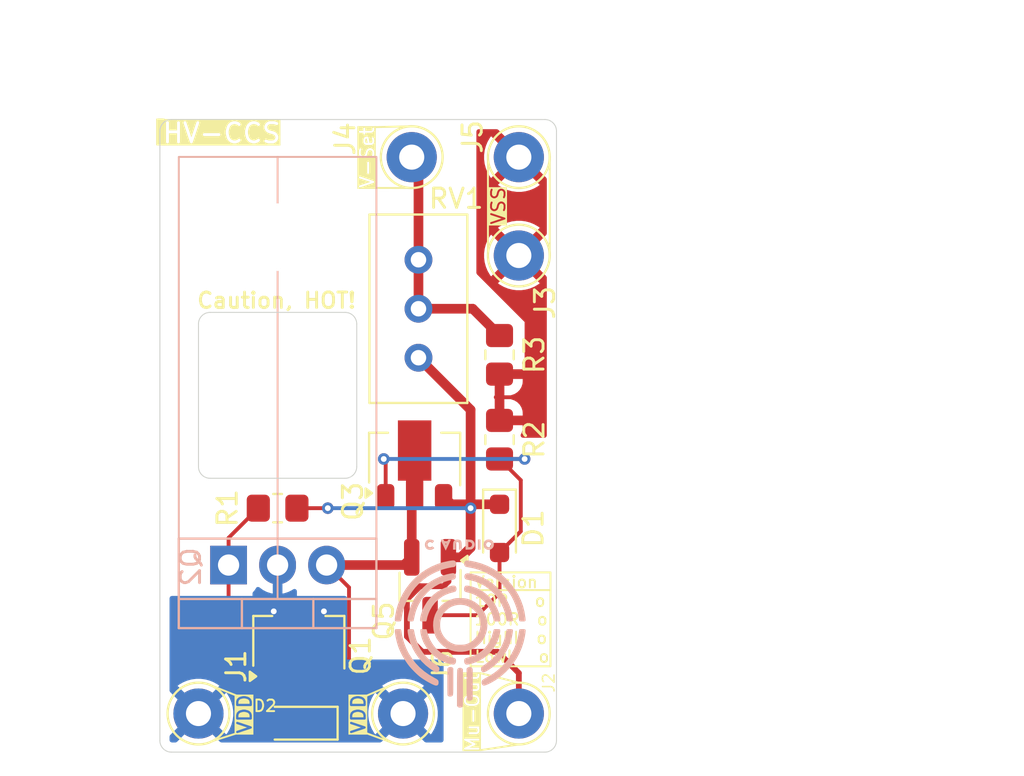
<source format=kicad_pcb>
(kicad_pcb (version 20241229) (generator "pcbnew") (generator_version "9.0")
  (layers (0 "F.Cu" signal) (2 "B.Cu" signal) (13 "F.Paste" user) (15 "B.Paste" user) (5 "F.SilkS" user "F.Silkscreen") (7 "B.SilkS" user "B.Silkscreen") (1 "F.Mask" user) (3 "B.Mask" user) (25 "Edge.Cuts" user))
  (net 0 "")
  (net 1 "/Mu-Follower_out")
  (net 2 "VSS")
  (net 3 "Net-(D1-A2)")
  (net 4 "Net-(D2-A2)")
  (net 5 "Net-(D2-A1)")
  (net 6 "/V-Set")
  (net 7 "VDD")
  (footprint "MountingHole:MountingHole_3.5mm" (layer "F.Cu") (at 142.5 91.5)
    (property "Reference" "H1" (hide yes))
    (property "Value" "MountingHole")
    (pad "" np_thru_hole circle (at 0 0) (size 3.5 3.5) (drill 3.5) (layers "*.Cu" "*.Mask"))
  )
  (footprint "Potentiometer_THT:Potentiometer_Bourns_3296W_Vertical" (layer "F.Cu") (at 149.8 97.75 -90)
    (property "Reference" "RV1" (at -8.25 -1.95 180) (layer "F.SilkS"))
    (property "Value" "1k")
    (fp_line (start -7.425 2.54) (end 2.345 2.54) (stroke (width 0.12)) (layer "F.SilkS"))
    (fp_line (start -7.425 -2.53) (end -7.425 2.54) (stroke (width 0.12)) (layer "F.SilkS"))
    (fp_line (start -7.425 -2.53) (end 2.345 -2.53) (stroke (width 0.12)) (layer "F.SilkS"))
    (fp_line (start 2.345 -2.53) (end 2.345 2.54) (stroke (width 0.12)) (layer "F.SilkS"))
    (pad "1" thru_hole circle (at 0 0 270) (size 1.44 1.44) (drill 0.8) (layers "*.Cu" "*.Mask") (net 1 "/Mu-Follower_out"))
    (pad "2" thru_hole circle (at -2.54 0 270) (size 1.44 1.44) (drill 0.8) (layers "*.Cu" "*.Mask") (net 6 "/V-Set"))
    (pad "3" thru_hole circle (at -5.079999 0 270) (size 1.44 1.44) (drill 0.8) (layers "*.Cu" "*.Mask") (net 6 "/V-Set"))
  )
  (footprint "Resistor_SMD:R_0805_2012Metric_Pad1.20x1.40mm_HandSolder" (layer "F.Cu") (at 154 102 90)
    (property "Reference" "R2" (at 0 1.8 90) (layer "F.SilkS"))
    (property "Value" "1k")
    (fp_line (start -0.227064 -0.735) (end 0.227064 -0.735) (stroke (width 0.12)) (layer "F.SilkS"))
    (fp_line (start -0.227064 0.735) (end 0.227064 0.735) (stroke (width 0.12)) (layer "F.SilkS"))
    (pad "1" smd roundrect (at -1 0 90) (size 1.2 1.4) (layers "F.Cu" "F.Mask" "F.Paste") (roundrect_rratio 0.208333) (net 3 "Net-(D1-A2)"))
    (pad "2" smd roundrect (at 1 0 90) (size 1.2 1.4) (layers "F.Cu" "F.Mask" "F.Paste") (roundrect_rratio 0.208333) (net 2 "VSS"))
  )
  (footprint "Package_TO_SOT_SMD:SOT-23_Handsoldering" (layer "F.Cu") (at 150.4 109.6 -90)
    (property "Reference" "Q5" (at 1.8 2.4 270) (layer "F.SilkS"))
    (property "Value" "CPH3910")
    (fp_line (start 0.76 1.58) (end -0.7 1.58) (stroke (width 0.12)) (layer "F.SilkS"))
    (fp_line (start 0.76 1.58) (end 0.76 0.65) (stroke (width 0.12)) (layer "F.SilkS"))
    (fp_line (start -0.04 -1.58) (end -0.84 -1.58) (stroke (width 0.12)) (layer "F.SilkS"))
    (fp_line (start -0.04 -1.58) (end 0.76 -1.58) (stroke (width 0.12)) (layer "F.SilkS"))
    (fp_line (start 0.76 -1.58) (end 0.76 -0.65) (stroke (width 0.12)) (layer "F.SilkS"))
    (fp_poly (pts (xy -1.34 -1.61) (xy -1.58 -1.94) (xy -1.1 -1.94) (xy -1.34 -1.61)) (stroke (width 0.12)) (fill yes) (layer "F.SilkS"))
    (pad "1" smd roundrect (at -1.5 -0.95 270) (size 1.9 0.8) (layers "F.Cu" "F.Mask" "F.Paste") (net 1 "/Mu-Follower_out"))
    (pad "2" smd roundrect (at -1.5 0.95 270) (size 1.9 0.8) (layers "F.Cu" "F.Mask" "F.Paste") (net 5 "Net-(D2-A1)"))
    (pad "3" smd roundrect (at 1.5 0 270) (size 1.9 0.8) (layers "F.Cu" "F.Mask" "F.Paste") (net 3 "Net-(D1-A2)"))
  )
  (footprint "Connector_Pin:Pin_D1.3mm_L11.0mm" (layer "F.Cu") (at 155 87.35 180)
    (property "Reference" "J5" (at 2.4 1.05 90) (layer "F.SilkS"))
    (property "Value" "CCS-")
    (fp_circle (center 0 0) (end 1.6 0.05) (stroke (width 0.12)) (fill no) (layer "F.SilkS"))
    (pad "1" thru_hole circle (at 0 0 180) (size 2.6 2.6) (drill 1.3) (layers "*.Cu" "*.Mask") (net 2 "VSS"))
  )
  (footprint "Diode_SMD:D_SOD-323_HandSoldering" (layer "F.Cu") (at 154 106.6 -90)
    (property "Reference" "D1" (at 0 -1.75 90) (layer "F.SilkS"))
    (property "Value" "SD12C-7")
    (fp_line (start -2.01 0.85) (end 1.25 0.85) (stroke (width 0.12)) (layer "F.SilkS"))
    (fp_line (start -2.01 -0.85) (end -2.01 0.85) (stroke (width 0.12)) (layer "F.SilkS"))
    (fp_line (start -2.01 -0.85) (end 1.25 -0.85) (stroke (width 0.12)) (layer "F.SilkS"))
    (pad "1" smd roundrect (at -1.249999 0 270) (size 1 1) (layers "F.Cu" "F.Mask" "F.Paste") (net 1 "/Mu-Follower_out"))
    (pad "2" smd roundrect (at 1.249999 0 270) (size 1 1) (layers "F.Cu" "F.Mask" "F.Paste") (net 3 "Net-(D1-A2)"))
  )
  (footprint "Resistor_SMD:R_0805_2012Metric_Pad1.20x1.40mm_HandSolder" (layer "F.Cu") (at 142.5 105.55)
    (property "Reference" "R1" (at -2.6 0 90) (layer "F.SilkS"))
    (property "Value" "1k")
    (fp_line (start -0.227064 -0.735) (end 0.227064 -0.735) (stroke (width 0.12)) (layer "F.SilkS"))
    (fp_line (start -0.227064 0.735) (end 0.227064 0.735) (stroke (width 0.12)) (layer "F.SilkS"))
    (pad "1" smd roundrect (at -1 0) (size 1.2 1.4) (layers "F.Cu" "F.Mask" "F.Paste") (roundrect_rratio 0.208333) (net 4 "Net-(D2-A2)"))
    (pad "2" smd roundrect (at 1 0) (size 1.2 1.4) (layers "F.Cu" "F.Mask" "F.Paste") (roundrect_rratio 0.208333) (net 1 "/Mu-Follower_out"))
  )
  (footprint "Connector_Pin:Pin_D1.3mm_L11.0mm" (layer "F.Cu") (at 149 116.2)
    (property "Reference" "J6" (at 2.05 -2.45 90) (layer "F.SilkS"))
    (property "Value" "CCS+")
    (fp_circle (center 0 0) (end 1.6 0.05) (stroke (width 0.12)) (fill no) (layer "F.SilkS"))
    (pad "1" thru_hole circle (at 0 0) (size 2.6 2.6) (drill 1.3) (layers "*.Cu" "*.Mask") (net 7 "VDD"))
  )
  (footprint "Connector_Pin:Pin_D1.3mm_L11.0mm" (layer "F.Cu") (at 138.4 116.2)
    (property "Reference" "J1" (at 1.95 -2.45 90) (layer "F.SilkS"))
    (property "Value" "CCS+")
    (fp_circle (center 0 0) (end 1.6 0.05) (stroke (width 0.12)) (fill no) (layer "F.SilkS"))
    (pad "1" thru_hole circle (at 0 0) (size 2.6 2.6) (drill 1.3) (layers "*.Cu" "*.Mask") (net 7 "VDD"))
  )
  (footprint "Connector_Pin:Pin_D1.3mm_L11.0mm" (layer "F.Cu") (at 155 92.45 180)
    (property "Reference" "J3" (at -1.35 -2.45 90) (layer "F.SilkS"))
    (property "Value" "CCS-")
    (fp_circle (center 0 0) (end 1.6 0.05) (stroke (width 0.12)) (fill no) (layer "F.SilkS"))
    (pad "1" thru_hole circle (at 0 0 180) (size 2.6 2.6) (drill 1.3) (layers "*.Cu" "*.Mask") (net 2 "VSS"))
  )
  (footprint "Package_TO_SOT_SMD:SOT-89-3" (layer "F.Cu") (at 143.6 112.5 90)
    (property "Reference" "Q1" (at -0.7 3.2 270) (layer "F.SilkS"))
    (property "Value" "DN2540N8-G")
    (fp_line (start -1.22 -2.36) (end 1.36 -2.36) (stroke (width 0.12)) (layer "F.SilkS"))
    (fp_line (start 1.36 -1.38) (end 1.36 -2.36) (stroke (width 0.12)) (layer "F.SilkS"))
    (fp_line (start 1.36 1.38) (end 1.36 2.36) (stroke (width 0.12)) (layer "F.SilkS"))
    (fp_line (start 1.36 2.36) (end -1.36 2.36) (stroke (width 0.12)) (layer "F.SilkS"))
    (fp_poly (pts (xy -1.77 -2.21) (xy -2.01 -2.54) (xy -1.53 -2.54) (xy -1.77 -2.21)) (stroke (width 0.12)) (fill yes) (layer "F.SilkS"))
    (pad "1" smd roundrect (at -1.95 -1.5 90) (size 1.3 0.9) (layers "F.Cu" "F.Mask" "F.Paste") (net 4 "Net-(D2-A2)"))
    (pad "2" smd custom (at -1.862499 0 90) (size 1.475 0.9) (layers "F.Cu" "F.Mask" "F.Paste") (net 7 "VDD") (options (clearance outline) (anchor rect)) (primitives (gr_poly (pts (xy 3.8625 0.8665) (xy 0.7375 0.8665) (xy 0.7375 -0.8665) (xy 3.8625 -0.8665)) (width 0) (fill yes))))
    (pad "3" smd roundrect (at -1.95 1.5 90) (size 1.3 0.9) (layers "F.Cu" "F.Mask" "F.Paste") (net 5 "Net-(D2-A1)"))
  )
  (footprint "Connector_Pin:Pin_D1.3mm_L11.0mm" (layer "F.Cu") (at 149.45 87.35 180)
    (property "Reference" "J4" (at 3.45 0.95 90) (layer "F.SilkS"))
    (property "Value" "V-Set")
    (fp_circle (center 0 0) (end 1.6 0.05) (stroke (width 0.12)) (fill no) (layer "F.SilkS"))
    (pad "1" thru_hole circle (at 0 0 180) (size 2.6 2.6) (drill 1.3) (layers "*.Cu" "*.Mask") (net 6 "/V-Set"))
  )
  (footprint "Connector_Pin:Pin_D1.3mm_L11.0mm" (layer "F.Cu") (at 155 116.2)
    (property "Reference" "J2" (at 1.55 -1.6 90) (layer "F.SilkS") (effects (font (size 0.6 0.6) (thickness 0.075))))
    (property "Value" "Mu-Out")
    (fp_circle (center 0 0) (end 1.6 0.05) (stroke (width 0.12)) (fill no) (layer "F.SilkS"))
    (pad "1" thru_hole circle (at 0 0) (size 2.6 2.6) (drill 1.3) (layers "*.Cu" "*.Mask") (net 1 "/Mu-Follower_out"))
  )
  (footprint "Resistor_SMD:R_0805_2012Metric_Pad1.20x1.40mm_HandSolder" (layer "F.Cu") (at 154 97.6 -90)
    (property "Reference" "R3" (at 0 -1.8 90) (layer "F.SilkS"))
    (property "Value" "10R")
    (fp_line (start -0.227064 0.735) (end 0.227064 0.735) (stroke (width 0.12)) (layer "F.SilkS"))
    (fp_line (start -0.227064 -0.735) (end 0.227064 -0.735) (stroke (width 0.12)) (layer "F.SilkS"))
    (pad "1" smd roundrect (at -1 0 270) (size 1.2 1.4) (layers "F.Cu" "F.Mask" "F.Paste") (roundrect_rratio 0.208333) (net 6 "/V-Set"))
    (pad "2" smd roundrect (at 1 0 270) (size 1.2 1.4) (layers "F.Cu" "F.Mask" "F.Paste") (roundrect_rratio 0.208333) (net 2 "VSS"))
  )
  (footprint "Diode_SMD:D_SOD-323_HandSoldering" (layer "F.Cu") (at 143.6 116.7 180)
    (property "Reference" "D2" (at 1.75 0.9 180) (layer "F.SilkS") (effects (font (size 0.6 0.6) (thickness 0.1) (bold yes))))
    (property "Value" "SD12C-7")
    (fp_line (start -2.01 0.85) (end 1.25 0.85) (stroke (width 0.12)) (layer "F.SilkS"))
    (fp_line (start -2.01 -0.85) (end 1.25 -0.85) (stroke (width 0.12)) (layer "F.SilkS"))
    (fp_line (start -2.01 -0.85) (end -2.01 0.85) (stroke (width 0.12)) (layer "F.SilkS"))
    (pad "1" smd roundrect (at -1.249999 0 180) (size 1 1) (layers "F.Cu" "F.Mask" "F.Paste") (net 5 "Net-(D2-A1)"))
    (pad "2" smd roundrect (at 1.249999 0 180) (size 1 1) (layers "F.Cu" "F.Mask" "F.Paste") (net 4 "Net-(D2-A2)"))
  )
  (footprint "Package_TO_SOT_SMD:SOT-89-3" (layer "F.Cu") (at 149.6 103 90)
    (property "Reference" "Q3" (at -2.2 -3.2 270) (layer "F.SilkS"))
    (property "Value" "BSP149")
    (fp_line (start -1.22 -2.36) (end 1.36 -2.36) (stroke (width 0.12)) (layer "F.SilkS"))
    (fp_line (start 1.36 -1.38) (end 1.36 -2.36) (stroke (width 0.12)) (layer "F.SilkS"))
    (fp_line (start 1.36 1.38) (end 1.36 2.36) (stroke (width 0.12)) (layer "F.SilkS"))
    (fp_line (start 1.36 2.36) (end -1.36 2.36) (stroke (width 0.12)) (layer "F.SilkS"))
    (fp_poly (pts (xy -1.77 -2.21) (xy -2.01 -2.54) (xy -1.53 -2.54) (xy -1.77 -2.21)) (stroke (width 0.12)) (fill yes) (layer "F.SilkS"))
    (pad "1" smd roundrect (at -1.95 -1.5 90) (size 1.3 0.9) (layers "F.Cu" "F.Mask" "F.Paste") (net 3 "Net-(D1-A2)"))
    (pad "2" smd custom (at -1.862499 0 90) (size 1.475 0.9) (layers "F.Cu" "F.Mask" "F.Paste") (net 5 "Net-(D2-A1)") (options (clearance outline) (anchor rect)) (primitives (gr_poly (pts (xy 3.8625 0.8665) (xy 0.7375 0.8665) (xy 0.7375 -0.8665) (xy 3.8625 -0.8665)) (width 0) (fill yes))))
    (pad "3" smd roundrect (at -1.95 1.5 90) (size 1.3 0.9) (layers "F.Cu" "F.Mask" "F.Paste") (net 1 "/Mu-Follower_out"))
  )
  (footprint "Package_TO_SOT_THT:TO-220-3_Vertical" (layer "B.Cu") (at 139.96 108.5)
    (property "Reference" "Q2" (at -1.96 0.1 90) (layer "B.SilkS") (effects (justify mirror)))
    (property "Value" "DN2540N5-G")
    (fp_line (start -2.58 -1.371) (end 7.66 -1.370999) (stroke (width 0.12)) (layer "B.SilkS"))
    (fp_line (start -2.58 1.759999) (end 7.66 1.76) (stroke (width 0.12)) (layer "B.SilkS"))
    (fp_line (start -2.58 3.27) (end -2.58 -1.371) (stroke (width 0.12)) (layer "B.SilkS"))
    (fp_line (start -2.58 3.27) (end 7.66 3.27) (stroke (width 0.12)) (layer "B.SilkS"))
    (fp_line (start 0.69 3.27) (end 0.69 1.76) (stroke (width 0.12)) (layer "B.SilkS"))
    (fp_line (start 4.391 3.27) (end 4.391 1.76) (stroke (width 0.12)) (layer "B.SilkS"))
    (fp_line (start 7.66 3.27) (end 7.66 -1.370999) (stroke (width 0.12)) (layer "B.SilkS"))
    (pad "1" thru_hole rect (at 0 0) (size 1.905 2) (drill 1.1) (layers "*.Cu" "*.Mask") (net 4 "Net-(D2-A2)"))
    (pad "2" thru_hole oval (at 2.54 0) (size 1.905 2) (drill 1.1) (layers "*.Cu" "*.Mask") (net 7 "VDD"))
    (pad "3" thru_hole oval (at 5.079999 0) (size 1.905 2) (drill 1.1) (layers "*.Cu" "*.Mask") (net 5 "Net-(D2-A1)"))
  )
  (footprint "Logos:C Audio Logo 15mm" (layer "B.Cu") (at 152 111.6)
    (property "Reference" "G***" (hide yes))
    (property "Value" "LOGO" (hide yes))
    (fp_poly (pts (xy 1.01131 -4.162493) (xy 1.01131 -4.426313) (xy 0.945355 -4.426313) (xy 0.8794 -4.426313) (xy 0.8794 -4.162493) (xy 0.8794 -3.898673) (xy 0.945355 -3.898673) (xy 1.01131 -3.898673)) (fill yes) (layer "B.SilkS"))
    (fp_poly (pts (xy 0.396925 -3.901163) (xy 0.467427 -3.903899) (xy 0.51592 -3.907961) (xy 0.549708 -3.914987) (xy 0.576092 -3.926614) (xy 0.602375 -3.94448) (xy 0.607524 -3.948381) (xy 0.665147 -4.008439) (xy 0.700529 -4.079674) (xy 0.713999 -4.156387) (xy 0.705887 -4.232879) (xy 0.676522 -4.303451) (xy 0.626236 -4.362401) (xy 0.581845 -4.392123) (xy 0.532428 -4.407904) (xy 0.454346 -4.41877) (xy 0.385772 -4.423296) (xy 0.236575 -4.430063) (xy 0.239205 -4.163194) (xy 0.240512 -4.030583) (xy 0.381073 -4.030583) (xy 0.381073 -4.162493) (xy 0.381073 -4.294403) (xy 0.426446 -4.294403) (xy 0.472501 -4.286619) (xy 0.513968 -4.269505) (xy 0.557836 -4.228717) (xy 0.576195 -4.176033) (xy 0.567377 -4.116617) (xy 0.565196 -4.111123) (xy 0.534659 -4.063093) (xy 0.489826 -4.037376) (xy 0.433335 -4.030583) (xy 0.381073 -4.030583) (xy 0.240512 -4.030583) (xy 0.241835 -3.896325)) (fill yes) (layer "B.SilkS"))
    (fp_poly (pts (xy -0.507638 3.71512) (xy -0.471139 3.701907) (xy -0.454129 3.692531) (xy -0.439891 3.681831) (xy -0.428178 3.667285) (xy -0.418744 3.646371) (xy -0.411342 3.616565) (xy -0.405725 3.575345) (xy -0.401649 3.520189) (xy -0.398865 3.448575) (xy -0.397127 3.357979) (xy -0.39619 3.24588) (xy -0.395807 3.109754) (xy -0.39573 2.94708) (xy -0.39573 2.929977) (xy -0.39573 2.255794) (xy -0.431706 2.219819) (xy -0.461851 2.196665) (xy -0.498916 2.186002) (xy -0.542758 2.183843) (xy -0.592731 2.186779) (xy -0.626956 2.198795) (xy -0.658688 2.224708) (xy -0.660678 2.226686) (xy -0.70352 2.269528) (xy -0.70352 2.950992) (xy -0.703329 3.090198) (xy -0.702783 3.220854) (xy -0.701919 3.339949) (xy -0.700778 3.444469) (xy -0.699397 3.531401) (xy -0.697816 3.597733) (xy -0.696074 3.640452) (xy -0.694416 3.656181) (xy -0.667492 3.689017) (xy -0.621509 3.710989) (xy -0.565285 3.720292)) (fill yes) (layer "B.SilkS"))
    (fp_poly (pts (xy 0.041413 -4.100202) (xy 0.037972 -4.194452) (xy 0.031576 -4.264356) (xy 0.020442 -4.314858) (xy 0.002785 -4.350902) (xy -0.023179 -4.377431) (xy -0.059234 -4.399391) (xy -0.06817 -4.403843) (xy -0.117111 -4.418277) (xy -0.179483 -4.424682) (xy -0.241249 -4.422511) (xy -0.285805 -4.41233) (xy -0.329272 -4.382801) (xy -0.369644 -4.336282) (xy -0.394754 -4.289784) (xy -0.400956 -4.258978) (xy -0.405993 -4.206471) (xy -0.409316 -4.139874) (xy -0.410387 -4.073599) (xy -0.410387 -3.898673) (xy -0.340768 -3.89874) (xy -0.271148 -3.898808) (xy -0.271148 -4.065754) (xy -0.270515 -4.140505) (xy -0.268055 -4.191915) (xy -0.262927 -4.225935) (xy -0.254292 -4.248521) (xy -0.243228 -4.263551) (xy -0.203713 -4.289452) (xy -0.160134 -4.291077) (xy -0.125629 -4.271371) (xy -0.115336 -4.255107) (xy -0.108492 -4.227361) (xy -0.104507 -4.183064) (xy -0.102789 -4.117145) (xy -0.102597 -4.073506) (xy -0.102597 -3.898673) (xy -0.028206 -3.898673) (xy 0.046185 -3.898673)) (fill yes) (layer "B.SilkS"))
    (fp_poly (pts (xy 0.509093 3.928875) (xy 0.56459 3.897322) (xy 0.570822 3.891478) (xy 0.608251 3.854061) (xy 0.612704 3.103228) (xy 0.613398 2.955987) (xy 0.613709 2.81639) (xy 0.613655 2.687425) (xy 0.613255 2.572077) (xy 0.612524 2.473332) (xy 0.61148 2.394178) (xy 0.610141 2.337601) (xy 0.608524 2.306586) (xy 0.608069 2.303123) (xy 0.585022 2.242211) (xy 0.542233 2.2029) (xy 0.479519 2.185049) (xy 0.453895 2.183843) (xy 0.403922 2.186779) (xy 0.369697 2.198795) (xy 0.337966 2.224708) (xy 0.335976 2.226686) (xy 0.293133 2.269528) (xy 0.293133 3.048187) (xy 0.293152 3.22645) (xy 0.293362 3.377724) (xy 0.293994 3.504334) (xy 0.29528 3.608603) (xy 0.297451 3.692857) (xy 0.300738 3.759419) (xy 0.305373 3.810614) (xy 0.311586 3.848766) (xy 0.319608 3.8762) (xy 0.329671 3.895239) (xy 0.342007 3.908209) (xy 0.356846 3.917434) (xy 0.374419 3.925237) (xy 0.380624 3.9278) (xy 0.443866 3.93978)) (fill yes) (layer "B.SilkS"))
    (fp_poly (pts (xy 0.014517 4.285954) (xy 0.066738 4.260853) (xy 0.088815 4.234141) (xy 0.092646 4.219325) (xy 0.095982 4.189311) (xy 0.098834 4.142859) (xy 0.101215 4.078728) (xy 0.103137 3.995678) (xy 0.104613 3.89247) (xy 0.105654 3.767863) (xy 0.106274 3.620617) (xy 0.106484 3.449492) (xy 0.106297 3.253247) (xy 0.105726 3.030643) (xy 0.104782 2.78044) (xy 0.104328 2.677839) (xy 0.102597 2.299764) (xy 0.066621 2.263789) (xy 0.022753 2.237894) (xy -0.034706 2.226671) (xy -0.093635 2.23071) (xy -0.141915 2.250599) (xy -0.145666 2.253462) (xy -0.169582 2.284394) (xy -0.188369 2.328161) (xy -0.19091 2.337738) (xy -0.193365 2.362788) (xy -0.195682 2.414504) (xy -0.197824 2.490237) (xy -0.199751 2.587339) (xy -0.201427 2.703163) (xy -0.202812 2.835061) (xy -0.203869 2.980385) (xy -0.204558 3.136486) (xy -0.204843 3.300718) (xy -0.204844 3.302541) (xy -0.205193 4.208718) (xy -0.162351 4.25156) (xy -0.121875 4.282769) (xy -0.076601 4.293931) (xy -0.060708 4.294403)) (fill yes) (layer "B.SilkS"))
    (fp_poly (pts (xy -1.523799 -3.896157) (xy -1.449087 -3.927102) (xy -1.435776 -3.935715) (xy -1.376041 -3.977111) (xy -1.42666 -4.027729) (xy -1.457836 -4.057381) (xy -1.477869 -4.068695) (xy -1.495852 -4.06454) (xy -1.511375 -4.054465) (xy -1.557225 -4.035993) (xy -1.613784 -4.030808) (xy -1.662875 -4.039687) (xy -1.689986 -4.062698) (xy -1.713575 -4.10338) (xy -1.727749 -4.150189) (xy -1.729487 -4.170221) (xy -1.716727 -4.212953) (xy -1.684473 -4.253692) (xy -1.641766 -4.283723) (xy -1.600681 -4.294403) (xy -1.557285 -4.285164) (xy -1.521158 -4.265769) (xy -1.484756 -4.237135) (xy -1.436922 -4.286488) (xy -1.410644 -4.318717) (xy -1.398363 -4.34437) (xy -1.399058 -4.351972) (xy -1.432165 -4.381679) (xy -1.485678 -4.40478) (xy -1.551129 -4.419723) (xy -1.62005 -4.424955) (xy -1.683973 -4.418922) (xy -1.71483 -4.409886) (xy -1.777181 -4.370276) (xy -1.825867 -4.310255) (xy -1.857666 -4.236806) (xy -1.869358 -4.156907) (xy -1.86171 -4.091583) (xy -1.843141 -4.03855) (xy -1.817624 -3.9891) (xy -1.809248 -3.976929) (xy -1.754398 -3.927654) (xy -1.683706 -3.897234) (xy -1.604423 -3.886468)) (fill yes) (layer "B.SilkS"))
    (fp_poly (pts (xy -0.366715 2.05673) (xy -0.340533 2.04894) (xy -0.294098 2.011344) (xy -0.264075 1.953001) (xy -0.252559 1.878738) (xy -0.253424 1.847969) (xy -0.264763 1.784981) (xy -0.290937 1.743534) (xy -0.336978 1.718231) (xy -0.384779 1.707056) (xy -0.525055 1.674621) (xy -0.675227 1.62378) (xy -0.826073 1.558348) (xy -0.968369 1.482139) (xy -1.042519 1.435066) (xy -1.192906 1.31641) (xy -1.332226 1.173647) (xy -1.457794 1.010762) (xy -1.566924 0.831736) (xy -1.65693 0.640554) (xy -1.725127 0.441199) (xy -1.733426 0.410387) (xy -1.781 0.227178) (xy -1.931291 0.223) (xy -2.081581 0.218821) (xy -2.097599 0.259641) (xy -2.105386 0.307412) (xy -2.101842 0.376614) (xy -2.088259 0.46222) (xy -2.065932 0.559207) (xy -2.036153 0.66255) (xy -2.000217 0.767223) (xy -1.959417 0.868201) (xy -1.919264 0.95243) (xy -1.791288 1.169157) (xy -1.643875 1.365691) (xy -1.478379 1.540871) (xy -1.296152 1.693539) (xy -1.09855 1.822536) (xy -0.886925 1.926703) (xy -0.704263 1.992661) (xy -0.585707 2.026619) (xy -0.491417 2.048387) (xy -0.419164 2.058308)) (fill yes) (layer "B.SilkS"))
    (fp_poly (pts (xy 1.546884 -3.911566) (xy 1.618488 -3.958089) (xy 1.669569 -4.019848) (xy 1.699894 -4.091576) (xy 1.709229 -4.16801) (xy 1.697342 -4.243883) (xy 1.663999 -4.31393) (xy 1.608967 -4.372887) (xy 1.568492 -4.399147) (xy 1.504739 -4.419925) (xy 1.429064 -4.425471) (xy 1.354532 -4.415876) (xy 1.304443 -4.397322) (xy 1.243326 -4.34881) (xy 1.200423 -4.283096) (xy 1.176815 -4.206767) (xy 1.175035 -4.162493) (xy 1.304443 -4.162493) (xy 1.314267 -4.202539) (xy 1.338801 -4.244873) (xy 1.342388 -4.249308) (xy 1.389127 -4.286557) (xy 1.440765 -4.295662) (xy 1.493981 -4.276615) (xy 1.527255 -4.249725) (xy 1.555736 -4.216996) (xy 1.566226 -4.187165) (xy 1.563899 -4.145165) (xy 1.563693 -4.143614) (xy 1.544844 -4.083801) (xy 1.507119 -4.046391) (xy 1.450125 -4.031037) (xy 1.436032 -4.030583) (xy 1.391449 -4.036566) (xy 1.357257 -4.059368) (xy 1.342388 -4.075677) (xy 1.316585 -4.117144) (xy 1.304601 -4.158362) (xy 1.304443 -4.162493) (xy 1.175035 -4.162493) (xy 1.173585 -4.126409) (xy 1.191816 -4.048608) (xy 1.232591 -3.97995) (xy 1.235318 -3.976788) (xy 1.303141 -3.919409) (xy 1.380285 -3.889232) (xy 1.463658 -3.886906)) (fill yes) (layer "B.SilkS"))
    (fp_poly (pts (xy 1.212733 2.452352) (xy 1.281935 2.424023) (xy 1.364774 2.379699) (xy 1.457703 2.321744) (xy 1.557174 2.252521) (xy 1.659642 2.174396) (xy 1.761558 2.089732) (xy 1.859377 2.000894) (xy 1.873977 1.986871) (xy 2.052578 1.795618) (xy 2.213404 1.586161) (xy 2.354546 1.362212) (xy 2.474098 1.127483) (xy 2.57015 0.885686) (xy 2.640797 0.640533) (xy 2.681722 0.415146) (xy 2.690852 0.336698) (xy 2.692145 0.282689) (xy 2.68205 0.248562) (xy 2.657013 0.229756) (xy 2.613483 0.221713) (xy 2.547908 0.219875) (xy 2.529553 0.21985) (xy 2.450436 0.221941) (xy 2.399861 0.228252) (xy 2.377853 0.238171) (xy 2.368481 0.260878) (xy 2.357377 0.303906) (xy 2.346746 0.358529) (xy 2.345451 0.366417) (xy 2.288527 0.632805) (xy 2.205505 0.886048) (xy 2.096769 1.125571) (xy 1.962702 1.350797) (xy 1.803688 1.561152) (xy 1.62011 1.756061) (xy 1.412352 1.934949) (xy 1.199239 2.085491) (xy 1.14406 2.122736) (xy 1.097588 2.157462) (xy 1.065989 2.184878) (xy 1.056336 2.196525) (xy 1.047004 2.228353) (xy 1.041374 2.275316) (xy 1.040623 2.299008) (xy 1.050494 2.366111) (xy 1.077645 2.418989) (xy 1.11838 2.45262) (xy 1.160715 2.46232)) (fill yes) (layer "B.SilkS"))
    (fp_poly (pts (xy -0.737668 -3.951131) (xy -0.70772 -4.010741) (xy -0.674133 -4.080031) (xy -0.639253 -4.153859) (xy -0.605429 -4.227083) (xy -0.575008 -4.29456) (xy -0.550338 -4.351148) (xy -0.533766 -4.391706) (xy -0.527641 -4.41109) (xy -0.52764 -4.411155) (xy -0.540748 -4.420151) (xy -0.573953 -4.425583) (xy -0.594358 -4.426313) (xy -0.636394 -4.424395) (xy -0.659114 -4.415096) (xy -0.672443 -4.393098) (xy -0.676403 -4.382343) (xy -0.686711 -4.357898) (xy -0.701303 -4.344749) (xy -0.728367 -4.339406) (xy -0.776094 -4.338374) (xy -0.77951 -4.338373) (xy -0.828692 -4.339297) (xy -0.856872 -4.344402) (xy -0.872351 -4.357185) (xy -0.883433 -4.381143) (xy -0.883886 -4.382343) (xy -0.896752 -4.409113) (xy -0.915171 -4.422042) (xy -0.948898 -4.426079) (xy -0.970553 -4.426313) (xy -1.017034 -4.423269) (xy -1.038317 -4.413459) (xy -1.040623 -4.406151) (xy -1.037036 -4.387883) (xy -1.025567 -4.355572) (xy -1.005159 -4.30679) (xy -0.974752 -4.239112) (xy -0.955569 -4.197936) (xy -0.800356 -4.197936) (xy -0.798996 -4.217531) (xy -0.7857 -4.221119) (xy -0.766072 -4.208941) (xy -0.762147 -4.192671) (xy -0.768877 -4.164613) (xy -0.776803 -4.155164) (xy -0.790339 -4.155643) (xy -0.79146 -4.160429) (xy -0.796329 -4.185879) (xy -0.800356 -4.197936) (xy -0.955569 -4.197936) (xy -0.933287 -4.15011) (xy -0.879706 -4.037359) (xy -0.87952 -4.036969) (xy -0.789948 -3.849694)) (fill yes) (layer "B.SilkS"))
    (fp_poly (pts (xy 0.360753 2.057254) (xy 0.441181 2.042897) (xy 0.534324 2.01978) (xy 0.6356 1.989188) (xy 0.740428 1.952409) (xy 0.844226 1.910729) (xy 0.942413 1.865433) (xy 0.958183 1.857483) (xy 1.164559 1.735738) (xy 1.353712 1.590559) (xy 1.52476 1.42285) (xy 1.676823 1.233512) (xy 1.809019 1.023448) (xy 1.851875 0.942333) (xy 1.895962 0.846876) (xy 1.935835 0.745561) (xy 1.970475 0.642669) (xy 1.998861 0.542481) (xy 2.019975 0.449279) (xy 2.032798 0.367345) (xy 2.03631 0.30096) (xy 2.029491 0.254406) (xy 2.019688 0.237438) (xy 1.997746 0.229451) (xy 1.955389 0.223789) (xy 1.900428 0.220505) (xy 1.840672 0.219655) (xy 1.783933 0.221293) (xy 1.738019 0.225473) (xy 1.710743 0.23225) (xy 1.707037 0.235258) (xy 1.699923 0.254922) (xy 1.687731 0.296813) (xy 1.672208 0.354652) (xy 1.656196 0.417743) (xy 1.587546 0.638014) (xy 1.495186 0.841955) (xy 1.380318 1.02837) (xy 1.244146 1.19606) (xy 1.087871 1.343828) (xy 0.912698 1.470474) (xy 0.719829 1.574801) (xy 0.510466 1.655611) (xy 0.376196 1.692604) (xy 0.294843 1.713766) (xy 0.237968 1.734778) (xy 0.200996 1.759364) (xy 0.179349 1.791248) (xy 0.16845 1.834157) (xy 0.165349 1.86419) (xy 0.170531 1.940404) (xy 0.196608 2.002778) (xy 0.24128 2.046499) (xy 0.256362 2.054541) (xy 0.297619 2.061564)) (fill yes) (layer "B.SilkS"))
    (fp_poly (pts (xy -1.233657 2.457819) (xy -1.200883 2.44413) (xy -1.171324 2.421539) (xy -1.137312 2.381622) (xy -1.120809 2.332784) (xy -1.118162 2.314042) (xy -1.116451 2.263796) (xy -1.125987 2.221006) (xy -1.15002 2.181257) (xy -1.191801 2.140135) (xy -1.254583 2.093226) (xy -1.306073 2.058915) (xy -1.433376 1.972867) (xy -1.542654 1.890594) (xy -1.642963 1.804649) (xy -1.743356 1.707586) (xy -1.782906 1.666768) (xy -1.951774 1.468906) (xy -2.09693 1.254099) (xy -2.217956 1.023197) (xy -2.314435 0.777049) (xy -2.385948 0.516504) (xy -2.410726 0.389839) (xy -2.422483 0.32938) (xy -2.434841 0.278887) (xy -2.445778 0.246202) (xy -2.449511 0.239608) (xy -2.469914 0.229034) (xy -2.512043 0.22263) (xy -2.57915 0.219977) (xy -2.602837 0.21985) (xy -2.667965 0.220484) (xy -2.709954 0.223181) (xy -2.734964 0.229135) (xy -2.749157 0.239539) (xy -2.755599 0.249436) (xy -2.762814 0.284416) (xy -2.761684 0.342569) (xy -2.753124 0.419253) (xy -2.73805 0.509828) (xy -2.717378 0.609654) (xy -2.692023 0.71409) (xy -2.662901 0.818497) (xy -2.630927 0.918234) (xy -2.614736 0.963354) (xy -2.504045 1.218861) (xy -2.367954 1.462642) (xy -2.208523 1.692105) (xy -2.027808 1.904663) (xy -1.827868 2.097724) (xy -1.61076 2.268701) (xy -1.537947 2.318358) (xy -1.445693 2.377538) (xy -1.372939 2.420004) (xy -1.315883 2.446827) (xy -1.270723 2.459075)) (fill yes) (layer "B.SilkS"))
    (fp_poly (pts (xy 2.035101 -0.226072) (xy 2.041472 -0.286917) (xy 2.034355 -0.36881) (xy 2.014887 -0.467397) (xy 1.984202 -0.578321) (xy 1.943435 -0.697225) (xy 1.893722 -0.819752) (xy 1.862691 -0.887712) (xy 1.749996 -1.092884) (xy 1.614285 -1.285342) (xy 1.458637 -1.461902) (xy 1.286133 -1.619381) (xy 1.099853 -1.754597) (xy 0.930698 -1.850791) (xy 0.827016 -1.898368) (xy 0.718953 -1.94055) (xy 0.610962 -1.976252) (xy 0.507493 -2.004388) (xy 0.412998 -2.023873) (xy 0.331928 -2.033622) (xy 0.268734 -2.032549) (xy 0.230842 -2.021445) (xy 0.196398 -1.986168) (xy 0.172847 -1.932487) (xy 0.161549 -1.869717) (xy 0.163861 -1.807176) (xy 0.181142 -1.754177) (xy 0.189927 -1.740918) (xy 0.211111 -1.720932) (xy 0.242995 -1.705108) (xy 0.292197 -1.690844) (xy 0.347487 -1.679004) (xy 0.441608 -1.6554) (xy 0.549655 -1.620305) (xy 0.66075 -1.57785) (xy 0.764017 -1.532168) (xy 0.842758 -1.490842) (xy 0.973568 -1.406258) (xy 1.094579 -1.310255) (xy 1.215763 -1.194906) (xy 1.218234 -1.192371) (xy 1.363679 -1.022275) (xy 1.484649 -0.83618) (xy 1.580736 -0.63482) (xy 1.651532 -0.418929) (xy 1.654903 -0.405784) (xy 1.672608 -0.336296) (xy 1.688488 -0.275088) (xy 1.700752 -0.229002) (xy 1.707408 -0.205489) (xy 1.713938 -0.192164) (xy 1.727058 -0.183558) (xy 1.752317 -0.178654) (xy 1.795266 -0.176434) (xy 1.861455 -0.175882) (xy 1.869023 -0.17588) (xy 2.021242 -0.17588)) (fill yes) (layer "B.SilkS"))
    (fp_poly (pts (xy -1.780037 -0.226707) (xy -1.765773 -0.268186) (xy -1.758909 -0.302567) (xy -1.7588 -0.305679) (xy -1.752832 -0.350195) (xy -1.736406 -0.414679) (xy -1.71174 -0.492667) (xy -1.681051 -0.577695) (xy -1.646558 -0.6633) (xy -1.610477 -0.743019) (xy -1.604694 -0.754818) (xy -1.491004 -0.952944) (xy -1.356764 -1.130221) (xy -1.201514 -1.28715) (xy -1.024793 -1.424229) (xy -0.93297 -1.482666) (xy -0.775543 -1.564928) (xy -0.60515 -1.630624) (xy -0.436057 -1.677655) (xy -0.360942 -1.696955) (xy -0.309801 -1.71422) (xy -0.277573 -1.731449) (xy -0.262193 -1.746301) (xy -0.235443 -1.804085) (xy -0.229184 -1.871933) (xy -0.242716 -1.939657) (xy -0.275337 -1.997071) (xy -0.279808 -2.002051) (xy -0.318656 -2.026777) (xy -0.375863 -2.036336) (xy -0.453473 -2.030721) (xy -0.553531 -2.009929) (xy -0.586267 -2.001272) (xy -0.697095 -1.969171) (xy -0.790722 -1.937592) (xy -0.878818 -1.901987) (xy -0.973054 -1.857808) (xy -1.035841 -1.826095) (xy -1.241569 -1.70398) (xy -1.430183 -1.558504) (xy -1.60049 -1.390919) (xy -1.751298 -1.202479) (xy -1.88141 -0.994436) (xy -1.942606 -0.874468) (xy -1.986917 -0.773262) (xy -2.026849 -0.667774) (xy -2.061213 -0.562627) (xy -2.088824 -0.462441) (xy -2.108493 -0.371839) (xy -2.119033 -0.295441) (xy -2.119258 -0.237868) (xy -2.112877 -0.211754) (xy -2.10401 -0.195481) (xy -2.091333 -0.18506) (xy -2.068899 -0.17919) (xy -2.030761 -0.176569) (xy -1.97097 -0.175896) (xy -1.948903 -0.17588) (xy -1.801274 -0.17588)) (fill yes) (layer "B.SilkS"))
    (fp_poly (pts (xy 1.218519 3.147677) (xy 1.270144 3.135868) (xy 1.341392 3.109679) (xy 1.427738 3.071353) (xy 1.524658 3.02313) (xy 1.627629 2.967252) (xy 1.732127 2.905959) (xy 1.824755 2.847352) (xy 2.077284 2.6642) (xy 2.310744 2.460182) (xy 2.523997 2.237118) (xy 2.715905 1.996826) (xy 2.885329 1.741123) (xy 3.031132 1.471828) (xy 3.152174 1.19076) (xy 3.247318 0.899736) (xy 3.315426 0.600575) (xy 3.342179 0.423337) (xy 3.351225 0.342938) (xy 3.352854 0.287114) (xy 3.343527 0.251382) (xy 3.319708 0.231261) (xy 3.277859 0.222271) (xy 3.214442 0.219929) (xy 3.181549 0.21985) (xy 3.113917 0.220526) (xy 3.070007 0.223169) (xy 3.044247 0.228706) (xy 3.031063 0.23806) (xy 3.027023 0.245499) (xy 3.020666 0.270439) (xy 3.011692 0.316786) (xy 3.00151 0.376912) (xy 2.995215 0.417715) (xy 2.93699 0.711639) (xy 2.851378 0.996526) (xy 2.739271 1.270632) (xy 2.601567 1.532209) (xy 2.439158 1.77951) (xy 2.252941 2.010789) (xy 2.093778 2.176968) (xy 1.970204 2.291806) (xy 1.847612 2.394945) (xy 1.720179 2.490508) (xy 1.582083 2.582617) (xy 1.427501 2.675394) (xy 1.256046 2.770059) (xy 1.188198 2.807908) (xy 1.142113 2.838103) (xy 1.112628 2.864569) (xy 1.094577 2.891234) (xy 1.093328 2.893797) (xy 1.071404 2.967524) (xy 1.074753 3.038231) (xy 1.102912 3.099679) (xy 1.109235 3.107698) (xy 1.13613 3.136067) (xy 1.161459 3.148429) (xy 1.197913 3.149427)) (fill yes) (layer "B.SilkS"))
    (fp_poly (pts (xy 3.179618 -0.17588) (xy 3.253629 -0.176702) (xy 3.303884 -0.182242) (xy 3.334243 -0.197111) (xy 3.348569 -0.225921) (xy 3.350721 -0.273283) (xy 3.344562 -0.343809) (xy 3.341745 -0.369506) (xy 3.293712 -0.675476) (xy 3.218268 -0.971346) (xy 3.115204 -1.257687) (xy 2.984311 -1.535071) (xy 2.825379 -1.80407) (xy 2.806903 -1.832083) (xy 2.616387 -2.092719) (xy 2.407569 -2.330607) (xy 2.181154 -2.545283) (xy 1.937846 -2.736281) (xy 1.678348 -2.903137) (xy 1.403366 -3.045385) (xy 1.113603 -3.162562) (xy 0.809764 -3.254203) (xy 0.574298 -3.305668) (xy 0.47238 -3.323655) (xy 0.394548 -3.33502) (xy 0.33635 -3.339838) (xy 0.293335 -3.338188) (xy 0.26105 -3.330146) (xy 0.235045 -3.315788) (xy 0.229507 -3.31162) (xy 0.18961 -3.262957) (xy 0.168321 -3.199515) (xy 0.16838 -3.131161) (xy 0.173433 -3.109599) (xy 0.189814 -3.066687) (xy 0.212615 -3.035885) (xy 0.247308 -3.013961) (xy 0.29936 -2.997682) (xy 0.374243 -2.983816) (xy 0.390492 -2.981338) (xy 0.668897 -2.927161) (xy 0.936292 -2.848755) (xy 1.199116 -2.744108) (xy 1.297115 -2.69803) (xy 1.56127 -2.554568) (xy 1.803079 -2.393117) (xy 2.024508 -2.211937) (xy 2.227523 -2.009289) (xy 2.414093 -1.783434) (xy 2.54871 -1.591194) (xy 2.638544 -1.439417) (xy 2.723883 -1.26822) (xy 2.802274 -1.084396) (xy 2.871267 -0.894735) (xy 2.928408 -0.706029) (xy 2.971247 -0.525069) (xy 2.997332 -0.358648) (xy 2.998792 -0.344431) (xy 3.006187 -0.272366) (xy 3.015137 -0.224453) (xy 3.030923 -0.19577) (xy 3.058827 -0.181395) (xy 3.104129 -0.176405) (xy 3.172111 -0.175877)) (fill yes) (layer "B.SilkS"))
    (fp_poly (pts (xy -2.536155 -0.17784) (xy -2.488661 -0.183947) (xy -2.465131 -0.194542) (xy -2.464371 -0.195394) (xy -2.455454 -0.216651) (xy -2.44286 -0.260519) (xy -2.428204 -0.320776) (xy -2.413105 -0.391202) (xy -2.411828 -0.397582) (xy -2.371618 -0.574962) (xy -2.323847 -0.735298) (xy -2.264432 -0.890657) (xy -2.191463 -1.048712) (xy -2.065092 -1.272195) (xy -1.915442 -1.480313) (xy -1.744798 -1.670754) (xy -1.555444 -1.841205) (xy -1.349664 -1.989354) (xy -1.150548 -2.102591) (xy -1.013162 -2.165387) (xy -0.863773 -2.22306) (xy -0.712499 -2.272182) (xy -0.569455 -2.309322) (xy -0.500354 -2.322991) (xy -0.435834 -2.33589) (xy -0.378753 -2.350576) (xy -0.337865 -2.364661) (xy -0.326801 -2.370348) (xy -0.28789 -2.411188) (xy -0.266962 -2.465519) (xy -0.263323 -2.52567) (xy -0.27628 -2.583969) (xy -0.30514 -2.632744) (xy -0.349211 -2.664325) (xy -0.353502 -2.665924) (xy -0.376905 -2.673967) (xy -0.395995 -2.678511) (xy -0.417541 -2.679274) (xy -0.448313 -2.67597) (xy -0.495082 -2.668315) (xy -0.556953 -2.65738) (xy -0.744717 -2.614928) (xy -0.942462 -2.553507) (xy -1.141227 -2.47652) (xy -1.33205 -2.387368) (xy -1.472283 -2.309982) (xy -1.641939 -2.201184) (xy -1.792809 -2.087244) (xy -1.935276 -1.960105) (xy -1.98072 -1.915384) (xy -2.166195 -1.709607) (xy -2.32945 -1.488297) (xy -2.469044 -1.254114) (xy -2.583536 -1.009722) (xy -2.671486 -0.757782) (xy -2.723792 -0.542296) (xy -2.745195 -0.430424) (xy -2.759821 -0.344008) (xy -2.76665 -0.279763) (xy -2.764665 -0.234402) (xy -2.752846 -0.204642) (xy -2.730174 -0.187194) (xy -2.69563 -0.178775) (xy -2.648196 -0.176097) (xy -2.610165 -0.17588)) (fill yes) (layer "B.SilkS"))
    (fp_poly (pts (xy 2.525029 -0.17588) (xy 2.60003 -0.177894) (xy 2.652286 -0.183698) (xy 2.678668 -0.192936) (xy 2.679238 -0.193468) (xy 2.69201 -0.224368) (xy 2.695171 -0.278752) (xy 2.689558 -0.352715) (xy 2.676011 -0.442354) (xy 2.655366 -0.543764) (xy 2.628463 -0.653041) (xy 2.596141 -0.766281) (xy 2.559236 -0.879581) (xy 2.518588 -0.989035) (xy 2.497327 -1.040623) (xy 2.372455 -1.295939) (xy 2.223367 -1.534979) (xy 2.050792 -1.756867) (xy 1.855456 -1.960725) (xy 1.638087 -2.145677) (xy 1.49498 -2.248841) (xy 1.385801 -2.317266) (xy 1.266566 -2.382476) (xy 1.140516 -2.443473) (xy 1.010892 -2.499256) (xy 0.880936 -2.548826) (xy 0.753889 -2.591184) (xy 0.632993 -2.625331) (xy 0.521489 -2.650268) (xy 0.42262 -2.664994) (xy 0.339626 -2.668512) (xy 0.275749 -2.65982) (xy 0.23423 -2.637921) (xy 0.233921 -2.637614) (xy 0.192591 -2.577573) (xy 0.177205 -2.509842) (xy 0.188598 -2.440934) (xy 0.204547 -2.408155) (xy 0.222872 -2.383609) (xy 0.247117 -2.364726) (xy 0.28243 -2.349593) (xy 0.33396 -2.3363) (xy 0.406856 -2.322936) (xy 0.454356 -2.315409) (xy 0.601222 -2.284033) (xy 0.760891 -2.234349) (xy 0.926058 -2.169374) (xy 1.089418 -2.092127) (xy 1.243663 -2.005626) (xy 1.315232 -1.95975) (xy 1.525178 -1.801494) (xy 1.713327 -1.623676) (xy 1.879829 -1.426124) (xy 2.024832 -1.20867) (xy 2.119134 -1.033295) (xy 2.200533 -0.852968) (xy 2.263172 -0.681755) (xy 2.31046 -0.509592) (xy 2.332622 -0.403058) (xy 2.348346 -0.317749) (xy 2.361046 -0.256908) (xy 2.374205 -0.216424) (xy 2.391307 -0.192182) (xy 2.415836 -0.18007) (xy 2.451275 -0.175976) (xy 2.501107 -0.175784)) (fill yes) (layer "B.SilkS"))
    (fp_poly (pts (xy -1.2281 3.141323) (xy -1.18713 3.110812) (xy -1.164142 3.058252) (xy -1.157877 2.992603) (xy -1.160357 2.942355) (xy -1.170298 2.902071) (xy -1.191447 2.867515) (xy -1.227553 2.834451) (xy -1.282363 2.798642) (xy -1.359626 2.755853) (xy -1.374175 2.748154) (xy -1.649393 2.58774) (xy -1.902235 2.408427) (xy -2.132859 2.210058) (xy -2.341426 1.992478) (xy -2.528098 1.755529) (xy -2.693033 1.499056) (xy -2.736445 1.421697) (xy -2.838738 1.212166) (xy -2.92742 0.987078) (xy -2.999635 0.755222) (xy -3.05253 0.525389) (xy -3.075743 0.376879) (xy -3.084671 0.319671) (xy -3.095433 0.272355) (xy -3.105944 0.24378) (xy -3.107654 0.241304) (xy -3.1254 0.230335) (xy -3.159774 0.223573) (xy -3.215574 0.220355) (xy -3.263217 0.21985) (xy -3.327656 0.220246) (xy -3.369006 0.222424) (xy -3.393489 0.227865) (xy -3.407327 0.238054) (xy -3.416742 0.254473) (xy -3.417757 0.256683) (xy -3.424883 0.295149) (xy -3.423843 0.357299) (xy -3.415485 0.438924) (xy -3.400658 0.535813) (xy -3.38021 0.643759) (xy -3.354988 0.758551) (xy -3.325841 0.875979) (xy -3.293618 0.991836) (xy -3.259166 1.101911) (xy -3.231734 1.179862) (xy -3.141373 1.394681) (xy -3.029777 1.614199) (xy -2.90187 1.829875) (xy -2.76257 2.033171) (xy -2.674311 2.147202) (xy -2.605541 2.227565) (xy -2.52265 2.317861) (xy -2.431809 2.411885) (xy -2.339188 2.503437) (xy -2.250957 2.586314) (xy -2.173288 2.654314) (xy -2.15453 2.669638) (xy -2.069462 2.734153) (xy -1.973438 2.800856) (xy -1.870392 2.867563) (xy -1.764256 2.932086) (xy -1.658963 2.99224) (xy -1.558447 3.045838) (xy -1.466641 3.090693) (xy -1.387478 3.124621) (xy -1.324891 3.145434) (xy -1.2882 3.151183)) (fill yes) (layer "B.SilkS"))
    (fp_poly (pts (xy -3.227543 -0.175869) (xy -3.172203 -0.179518) (xy -3.129826 -0.186276) (xy -3.109192 -0.195481) (xy -3.099586 -0.21868) (xy -3.088812 -0.262458) (xy -3.078898 -0.318255) (xy -3.077066 -0.331055) (xy -3.022155 -0.627968) (xy -2.940487 -0.914964) (xy -2.833034 -1.19048) (xy -2.700771 -1.452952) (xy -2.54467 -1.700814) (xy -2.365705 -1.932503) (xy -2.164849 -2.146455) (xy -1.943076 -2.341106) (xy -1.729487 -2.496451) (xy -1.597052 -2.577678) (xy -1.44574 -2.659357) (xy -1.28551 -2.736675) (xy -1.126319 -2.804819) (xy -0.982235 -2.857627) (xy -0.901561 -2.882459) (xy -0.81044 -2.907664) (xy -0.715041 -2.931826) (xy -0.621535 -2.953528) (xy -0.536093 -2.971354) (xy -0.464886 -2.983889) (xy -0.414083 -2.989716) (xy -0.405571 -2.989959) (xy -0.340715 -3.002352) (xy -0.292015 -3.038282) (xy -0.261008 -3.095883) (xy -0.249229 -3.173285) (xy -0.249163 -3.180221) (xy -0.252006 -3.230294) (xy -0.263689 -3.264447) (xy -0.288943 -3.295784) (xy -0.292006 -3.298877) (xy -0.317942 -3.320105) (xy -0.34864 -3.333771) (xy -0.388629 -3.340037) (xy -0.442434 -3.339063) (xy -0.514584 -3.331013) (xy -0.609605 -3.316048) (xy -0.637565 -3.311228) (xy -0.938037 -3.244272) (xy -1.228144 -3.150817) (xy -1.506525 -3.03226) (xy -1.771822 -2.889996) (xy -2.022675 -2.725423) (xy -2.257723 -2.539937) (xy -2.475608 -2.334934) (xy -2.674969 -2.111811) (xy -2.854448 -1.871965) (xy -3.012684 -1.616792) (xy -3.148318 -1.347688) (xy -3.259991 -1.06605) (xy -3.346341 -0.773274) (xy -3.406011 -0.470758) (xy -3.406551 -0.467132) (xy -3.419853 -0.370524) (xy -3.427084 -0.298771) (xy -3.428322 -0.248064) (xy -3.423642 -0.214597) (xy -3.413121 -0.194562) (xy -3.412072 -0.193468) (xy -3.38811 -0.184128) (xy -3.343819 -0.178119) (xy -3.287523 -0.175384)) (fill yes) (layer "B.SilkS"))
    (fp_poly (pts (xy 0.060349 1.400761) (xy 0.250927 1.375324) (xy 0.437581 1.324387) (xy 0.617203 1.247629) (xy 0.68794 1.20871) (xy 0.780827 1.145773) (xy 0.879619 1.064807) (xy 0.976164 0.973506) (xy 1.06231 0.879563) (xy 1.128188 0.793247) (xy 1.228775 0.617657) (xy 1.302592 0.432716) (xy 1.349449 0.241213) (xy 1.369159 0.045935) (xy 1.361533 -0.150328) (xy 1.326385 -0.344789) (xy 1.263525 -0.534658) (xy 1.22367 -0.622908) (xy 1.123005 -0.795258) (xy 1.000963 -0.949247) (xy 0.859834 -1.083139) (xy 0.70191 -1.1952) (xy 0.52948 -1.283695) (xy 0.344835 -1.346889) (xy 0.236251 -1.370704) (xy 0.15098 -1.381514) (xy 0.048626 -1.38801) (xy -0.060457 -1.390089) (xy -0.165914 -1.387648) (xy -0.257388 -1.380583) (xy -0.290731 -1.375952) (xy -0.392254 -1.352598) (xy -0.506763 -1.315464) (xy -0.623743 -1.26829) (xy -0.71015 -1.226819) (xy -0.877407 -1.123895) (xy -1.025272 -1.000447) (xy -1.152665 -0.858843) (xy -1.258505 -0.70145) (xy -1.34171 -0.530636) (xy -1.401201 -0.348767) (xy -1.435896 -0.158212) (xy -1.441648 -0.029806) (xy -1.078145 -0.029806) (xy -1.071202 -0.144159) (xy -1.054697 -0.24434) (xy -1.05001 -0.26257) (xy -0.990308 -0.424734) (xy -0.905835 -0.574548) (xy -0.799256 -0.708793) (xy -0.673235 -0.824251) (xy -0.530436 -0.917703) (xy -0.490998 -0.937945) (xy -0.33861 -0.996511) (xy -0.175916 -1.030911) (xy -0.009642 -1.040445) (xy 0.153484 -1.024412) (xy 0.213841 -1.011321) (xy 0.377233 -0.955667) (xy 0.526105 -0.876356) (xy 0.658544 -0.775949) (xy 0.772638 -0.657009) (xy 0.866474 -0.522096) (xy 0.93814 -0.373773) (xy 0.985722 -0.214602) (xy 1.007308 -0.047144) (xy 1.007235 0.051298) (xy 0.986911 0.220046) (xy 0.942005 0.37529) (xy 0.871274 0.519786) (xy 0.773475 0.65629) (xy 0.696191 0.740642) (xy 0.618605 0.813405) (xy 0.54648 0.868767) (xy 0.469876 0.914269) (xy 0.461685 0.918517) (xy 0.373962 0.961381) (xy 0.298338 0.99219) (xy 0.226475 1.012821) (xy 0.150037 1.025153) (xy 0.060688 1.031065) (xy -0.04397 1.032444) (xy -0.1314 1.031827) (xy -0.197036 1.029614) (xy -0.248388 1.024905) (xy -0.292968 1.016801) (xy -0.338286 1.0044) (xy -0.373745 0.992925) (xy -0.526943 0.926484) (xy -0.667276 0.835323) (xy -0.792117 0.722186) (xy -0.898841 0.589822) (xy -0.984821 0.440975) (xy -1.042941 0.293133) (xy -1.063881 0.199355) (xy -1.07566 0.088204) (xy -1.078145 -0.029806) (xy -1.441648 -0.029806) (xy -1.444715 0.038663) (xy -1.426576 0.23949) (xy -1.413124 0.312847) (xy -1.36035 0.494565) (xy -1.279742 0.668934) (xy -1.172199 0.834414) (xy -1.03862 0.989464) (xy -0.991402 1.035795) (xy -0.842574 1.15664) (xy -0.679014 1.253905) (xy -0.503834 1.327269) (xy -0.32014 1.376414) (xy -0.131043 1.401018)) (fill yes) (layer "B.SilkS"))
  )
  (gr_line (start 156.6 109.8) (end 152.5 109.8) (stroke (width 0.1)) (layer "F.SilkS"))
  (gr_line (start 138.95 114.7) (end 140.45 115.3) (stroke (width 0.1)) (layer "F.SilkS"))
  (gr_line (start 155 117.800781) (end 153.02866 118.095352) (stroke (width 0.1)) (layer "F.SilkS"))
  (gr_rect (start 136.257394 85.391929) (end 136.607394 86.697779) (stroke (width 0.1)) (fill yes) (layer "F.SilkS"))
  (gr_line (start 139.05 117.65) (end 140.3 117.25) (stroke (width 0.1)) (layer "F.SilkS"))
  (gr_line (start 155 114.599219) (end 153.02746 114.110145) (stroke (width 0.1)) (layer "F.SilkS"))
  (gr_line (start 149.45 85.749219) (end 147.560799 85.793879) (stroke (width 0.1)) (layer "F.SilkS"))
  (gr_line (start 147.05 115.3) (end 148.55 114.65) (stroke (width 0.1)) (layer "F.SilkS"))
  (gr_line (start 156.600781 92.45) (end 156.600781 87.35) (stroke (width 0.1)) (layer "F.SilkS"))
  (gr_line (start 147.05 117.2) (end 148.4 117.7) (stroke (width 0.1)) (layer "F.SilkS"))
  (gr_line (start 149.45 88.950781) (end 147.532339 88.945504) (stroke (width 0.1)) (layer "F.SilkS"))
  (gr_line (start 153.399219 87.35) (end 153.399219 92.45) (stroke (width 0.1)) (layer "F.SilkS"))
  (gr_poly (pts (xy 152.5 113.75) (xy 152.5 108.880001) (xy 156.639999 108.880001) (xy 156.639999 113.749999)) (stroke (width 0.1)) (fill no) (layer "F.SilkS"))
  (gr_rect (start 137.38 87.3375) (end 147.62 111.77) (stroke (width 0.1)) (fill no) (layer "B.SilkS"))
  (gr_line (start 142.5 87.3375) (end 142.5 110.26) (stroke (width 0.1)) (layer "B.SilkS"))
  (gr_arc (start 139 104) (mid 138.575736 103.824264) (end 138.4 103.4) (stroke (width 0.05)) (layer "Edge.Cuts"))
  (gr_line (start 136.4 86) (end 136.4 117.6) (stroke (width 0.05)) (layer "Edge.Cuts"))
  (gr_arc (start 146 95.4) (mid 146.424264 95.575736) (end 146.6 96) (stroke (width 0.05)) (layer "Edge.Cuts"))
  (gr_line (start 137 118.2) (end 156.35 118.2) (stroke (width 0.05)) (layer "Edge.Cuts"))
  (gr_arc (start 136.4 86) (mid 136.575736 85.575736) (end 137 85.4) (stroke (width 0.05)) (layer "Edge.Cuts"))
  (gr_arc (start 138.4 96) (mid 138.575736 95.575736) (end 139 95.4) (stroke (width 0.05)) (layer "Edge.Cuts"))
  (gr_line (start 138.4 103.4) (end 138.4 96) (stroke (width 0.05)) (layer "Edge.Cuts"))
  (gr_line (start 139 104) (end 146 104) (stroke (width 0.05)) (layer "Edge.Cuts"))
  (gr_arc (start 146.6 103.4) (mid 146.424264 103.824264) (end 146 104) (stroke (width 0.05)) (layer "Edge.Cuts"))
  (gr_arc (start 156.35082 85.4) (mid 156.775084 85.575736) (end 156.95082 86) (stroke (width 0.05)) (layer "Edge.Cuts"))
  (gr_line (start 146 95.4) (end 139 95.4) (stroke (width 0.05)) (layer "Edge.Cuts"))
  (gr_line (start 156.35082 85.4) (end 137 85.4) (stroke (width 0.05)) (layer "Edge.Cuts"))
  (gr_arc (start 137 118.2) (mid 136.575736 118.024264) (end 136.4 117.6) (stroke (width 0.05)) (layer "Edge.Cuts"))
  (gr_line (start 156.95 117.6) (end 156.95082 86) (stroke (width 0.05)) (layer "Edge.Cuts"))
  (gr_arc (start 156.95 117.6) (mid 156.774264 118.024264) (end 156.35 118.2) (stroke (width 0.05)) (layer "Edge.Cuts"))
  (gr_line (start 146.6 103.4) (end 146.6 96) (stroke (width 0.05)) (layer "Edge.Cuts"))
  (gr_text "Mu-Out" (at 153 118.25 90) (layer "F.SilkS" knockout) (effects (font (size 0.7 0.7) (thickness 0.1)) (justify left bottom)))
  (gr_text "HV-CCS" (at 136.457394 86.691929 0) (layer "F.SilkS" knockout) (effects (font (size 1 1)) (justify left bottom)))
  (gr_text "VSS" (at 154.35 90.9 90) (layer "F.SilkS" knockout) (effects (font (size 0.7 0.7) (thickness 0.1)) (justify left bottom)))
  (gr_text "Caution, HOT!" (at 138.25 95.25 0) (layer "F.SilkS") (effects (font (size 0.8 0.8) (thickness 0.15) (bold yes)) (justify left bottom)))
  (gr_text "V-Set" (at 147.55 89 90) (layer "F.SilkS" knockout) (effects (font (size 0.7 0.7) (thickness 0.1)) (justify left bottom)))
  (gr_text "VDD" (at 141.2 117.3 90) (layer "F.SilkS" knockout) (effects (font (size 0.7 0.7) (thickness 0.12) (bold yes)) (justify left bottom)))
  (gr_text "VDD" (at 147.1 117.3 90) (layer "F.SilkS" knockout) (effects (font (size 0.7 0.7) (thickness 0.12) (bold yes)) (justify left bottom)))
  (gr_text "Version\n10R   o\n100R  o\nHighI  o\nLowI   o" (at 152.65 113.600001 0) (layer "F.SilkS") (effects (font (size 0.6 0.6) (thickness 0.1) (bold yes)) (justify left bottom)))
  (segment (start 143.5 105.55) (end 145.1 105.55) (width 0.2) (layer "F.Cu") (net 1))
  (segment (start 152.5 105.350001) (end 151.500001 105.350001) (width 0.5) (layer "F.Cu") (net 1))
  (segment (start 155 116.2) (end 155 114.1) (width 0.3) (layer "F.Cu") (net 1))
  (segment (start 152 108.1) (end 151.35 108.1) (width 0.5) (layer "F.Cu") (net 1))
  (segment (start 152.5 105.350001) (end 152.5 107.6) (width 0.5) (layer "F.Cu") (net 1))
  (segment (start 151.101 109.599) (end 151.35 109.35) (width 0.3) (layer "F.Cu") (net 1))
  (segment (start 151.35 109.35) (end 151.35 108.1) (width 0.3) (layer "F.Cu") (net 1))
  (segment (start 152.5 105.350001) (end 152.5 100.45) (width 0.5) (layer "F.Cu") (net 1))
  (segment (start 152.5 107.6) (end 152 108.1) (width 0.5) (layer "F.Cu") (net 1))
  (segment (start 149.883384 109.599) (end 151.101 109.599) (width 0.3) (layer "F.Cu") (net 1))
  (segment (start 152.5 100.45) (end 149.8 97.75) (width 0.5) (layer "F.Cu") (net 1))
  (segment (start 155 114.1) (end 153.9 113) (width 0.3) (layer "F.Cu") (net 1))
  (segment (start 149.2 110.282384) (end 149.883384 109.599) (width 0.3) (layer "F.Cu") (net 1))
  (segment (start 149.2 112.2) (end 149.2 110.282384) (width 0.3) (layer "F.Cu") (net 1))
  (segment (start 151.500001 105.350001) (end 151.1 104.95) (width 0.5) (layer "F.Cu") (net 1))
  (segment (start 153.9 113) (end 150 113) (width 0.3) (layer "F.Cu") (net 1))
  (segment (start 154 105.350001) (end 152.5 105.350001) (width 0.5) (layer "F.Cu") (net 1))
  (segment (start 150 113) (end 149.2 112.2) (width 0.3) (layer "F.Cu") (net 1))
  (via (at 152.5 105.55) (size 0.6) (drill 0.3) (layers "F.Cu" "B.Cu") (net 1))
  (via (at 145.1 105.55) (size 0.6) (drill 0.3) (layers "F.Cu" "B.Cu") (net 1))
  (segment (start 145.1 105.55) (end 152.5 105.55) (width 0.2) (layer "B.Cu") (net 1))
  (segment (start 154.2 99.8) (end 154.7 99.8) (width 0.2) (layer "F.Cu") (net 2))
  (segment (start 155.3 103) (end 154 103) (width 0.2) (layer "F.Cu") (net 3))
  (segment (start 155.101 104.101) (end 154 103) (width 0.2) (layer "F.Cu") (net 3))
  (segment (start 150.4 111.1) (end 152.85 111.1) (width 0.2) (layer "F.Cu") (net 3))
  (segment (start 148.1 103.1) (end 148 103) (width 0.2) (layer "F.Cu") (net 3))
  (segment (start 154 107.849999) (end 155.101 106.748999) (width 0.2) (layer "F.Cu") (net 3))
  (segment (start 154 109.95) (end 154 107.849999) (width 0.2) (layer "F.Cu") (net 3))
  (segment (start 155.101 106.748999) (end 155.101 104.101) (width 0.2) (layer "F.Cu") (net 3))
  (segment (start 152.85 111.1) (end 154 109.95) (width 0.2) (layer "F.Cu") (net 3))
  (segment (start 148.1 104.95) (end 148.1 103.1) (width 0.2) (layer "F.Cu") (net 3))
  (via (at 155.3 103) (size 0.6) (drill 0.3) (layers "F.Cu" "B.Cu") (net 3))
  (via (at 148 103) (size 0.6) (drill 0.3) (layers "F.Cu" "B.Cu") (net 3))
  (segment (start 148 103) (end 155.3 103) (width 0.2) (layer "B.Cu") (net 3))
  (segment (start 139.96 112.31) (end 139.96 108.5) (width 0.2) (layer "F.Cu") (net 4))
  (segment (start 142.1 114.45) (end 142.1 116.449999) (width 0.2) (layer "F.Cu") (net 4))
  (segment (start 139.96 108.5) (end 139.96 107.09) (width 0.2) (layer "F.Cu") (net 4))
  (segment (start 142.1 116.449999) (end 142.350001 116.7) (width 0.2) (layer "F.Cu") (net 4))
  (segment (start 139.96 107.09) (end 141.5 105.55) (width 0.2) (layer "F.Cu") (net 4))
  (segment (start 142.1 114.45) (end 139.96 112.31) (width 0.2) (layer "F.Cu") (net 4))
  (segment (start 145.1 114.45) (end 145.1 116.449999) (width 0.2) (layer "F.Cu") (net 5))
  (segment (start 146.2 109.660001) (end 145.039999 108.5) (width 0.2) (layer "F.Cu") (net 5))
  (segment (start 149.05 108.5) (end 149.45 108.1) (width 0.5) (layer "F.Cu") (net 5))
  (segment (start 145.1 116.449999) (end 144.849999 116.7) (width 0.2) (layer "F.Cu") (net 5))
  (segment (start 149.45 105.012499) (end 149.6 104.862499) (width 0.5) (layer "F.Cu") (net 5))
  (segment (start 145.039999 108.5) (end 149.05 108.5) (width 0.5) (layer "F.Cu") (net 5))
  (segment (start 149.45 108.1) (end 149.45 105.012499) (width 0.5) (layer "F.Cu") (net 5))
  (segment (start 146.2 113.35) (end 146.2 109.660001) (width 0.2) (layer "F.Cu") (net 5))
  (segment (start 145.1 114.45) (end 146.2 113.35) (width 0.2) (layer "F.Cu") (net 5))
  (segment (start 149.8 95.21) (end 152.61 95.21) (width 0.5) (layer "F.Cu") (net 6))
  (segment (start 149.8 87.7) (end 149.45 87.35) (width 0.5) (layer "F.Cu") (net 6))
  (segment (start 149.8 95.21) (end 149.8 92.670001) (width 0.5) (layer "F.Cu") (net 6))
  (segment (start 152.61 95.21) (end 154 96.6) (width 0.5) (layer "F.Cu") (net 6))
  (segment (start 149.8 92.670001) (end 149.8 87.7) (width 0.5) (layer "F.Cu") (net 6))
  (via (at 144.9 110.9) (size 0.6) (drill 0.3) (layers "F.Cu" "B.Cu") (net 7))
  (via (at 142.3 110.9) (size 0.6) (drill 0.3) (layers "F.Cu" "B.Cu") (net 7))
  (zone (net 2) (net_name "VSS") (layer "F.Cu") (priority 2) (connect_pads (clearance 0.5)) (min_thickness 0.25) (fill yes (thermal_gap 0.5) (thermal_bridge_width 0.5))
    (polygon (pts (xy 153.1 97.9) (xy 155.3 97.9) (xy 155.3 95.9) (xy 152.8 93.395454) (xy 152.8 85.4) (xy 157 85.4) (xy 157 101.9) (xy 153.1 101.9)))
  )
  (zone (net 7) (net_name "VDD") (layer "F.Cu") (priority 1) (connect_pads (clearance 0.5)) (min_thickness 0.25) (fill yes (thermal_gap 0.5) (thermal_bridge_width 0.5))
    (polygon (pts (xy 141.8 110.4) (xy 145.4 110.4) (xy 145.4 112.4) (xy 144.5 113.7) (xy 142.7 113.7) (xy 141.8 112.4)))
  )
  (zone (net 7) (net_name "VDD") (layer "B.Cu") (connect_pads (clearance 0.5)) (min_thickness 0.25) (fill yes (thermal_gap 0.5) (thermal_bridge_width 0.5))
    (polygon (pts (xy 136.4 110.1) (xy 136.4 118.2) (xy 151.1 118.2) (xy 151.1 113.4) (xy 146.1 113.4) (xy 146.1 110.1) (xy 143.5 110.1) (xy 143.5 107.3) (xy 141.2 107.3) (xy 141.2 110.1)))
  )
)
</source>
